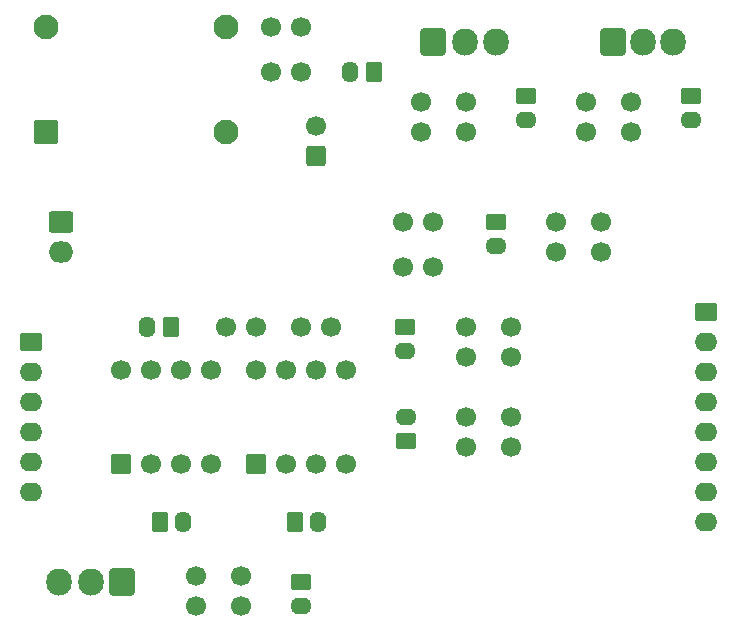
<source format=gbs>
G04*
G04 #@! TF.GenerationSoftware,Altium Limited,Altium Designer,19.0.15 (446)*
G04*
G04 Layer_Color=16711935*
%FSLAX25Y25*%
%MOIN*%
G70*
G01*
G75*
G04:AMPARAMS|DCode=24|XSize=62.99mil|YSize=74.8mil|CornerRadius=9.35mil|HoleSize=0mil|Usage=FLASHONLY|Rotation=270.000|XOffset=0mil|YOffset=0mil|HoleType=Round|Shape=RoundedRectangle|*
%AMROUNDEDRECTD24*
21,1,0.06299,0.05610,0,0,270.0*
21,1,0.04429,0.07480,0,0,270.0*
1,1,0.01870,-0.02805,-0.02215*
1,1,0.01870,-0.02805,0.02215*
1,1,0.01870,0.02805,0.02215*
1,1,0.01870,0.02805,-0.02215*
%
%ADD24ROUNDEDRECTD24*%
%ADD25O,0.07480X0.06299*%
%ADD26O,0.07087X0.05512*%
G04:AMPARAMS|DCode=27|XSize=55.12mil|YSize=66.93mil|CornerRadius=8.37mil|HoleSize=0mil|Usage=FLASHONLY|Rotation=90.000|XOffset=0mil|YOffset=0mil|HoleType=Round|Shape=RoundedRectangle|*
%AMROUNDEDRECTD27*
21,1,0.05512,0.05020,0,0,90.0*
21,1,0.03839,0.06693,0,0,90.0*
1,1,0.01673,0.02510,0.01919*
1,1,0.01673,0.02510,-0.01919*
1,1,0.01673,-0.02510,-0.01919*
1,1,0.01673,-0.02510,0.01919*
%
%ADD27ROUNDEDRECTD27*%
%ADD28C,0.06693*%
%ADD29O,0.08465X0.09055*%
G04:AMPARAMS|DCode=30|XSize=84.65mil|YSize=90.55mil|CornerRadius=10.04mil|HoleSize=0mil|Usage=FLASHONLY|Rotation=0.000|XOffset=0mil|YOffset=0mil|HoleType=Round|Shape=RoundedRectangle|*
%AMROUNDEDRECTD30*
21,1,0.08465,0.07047,0,0,0.0*
21,1,0.06457,0.09055,0,0,0.0*
1,1,0.02008,0.03228,-0.03524*
1,1,0.02008,-0.03228,-0.03524*
1,1,0.02008,-0.03228,0.03524*
1,1,0.02008,0.03228,0.03524*
%
%ADD30ROUNDEDRECTD30*%
%ADD31O,0.05512X0.07087*%
G04:AMPARAMS|DCode=32|XSize=55.12mil|YSize=66.93mil|CornerRadius=8.37mil|HoleSize=0mil|Usage=FLASHONLY|Rotation=180.000|XOffset=0mil|YOffset=0mil|HoleType=Round|Shape=RoundedRectangle|*
%AMROUNDEDRECTD32*
21,1,0.05512,0.05020,0,0,180.0*
21,1,0.03839,0.06693,0,0,180.0*
1,1,0.01673,-0.01919,0.02510*
1,1,0.01673,0.01919,0.02510*
1,1,0.01673,0.01919,-0.02510*
1,1,0.01673,-0.01919,-0.02510*
%
%ADD32ROUNDEDRECTD32*%
G04:AMPARAMS|DCode=33|XSize=66.93mil|YSize=66.93mil|CornerRadius=8.27mil|HoleSize=0mil|Usage=FLASHONLY|Rotation=90.000|XOffset=0mil|YOffset=0mil|HoleType=Round|Shape=RoundedRectangle|*
%AMROUNDEDRECTD33*
21,1,0.06693,0.05039,0,0,90.0*
21,1,0.05039,0.06693,0,0,90.0*
1,1,0.01654,0.02520,0.02520*
1,1,0.01654,0.02520,-0.02520*
1,1,0.01654,-0.02520,-0.02520*
1,1,0.01654,-0.02520,0.02520*
%
%ADD33ROUNDEDRECTD33*%
G04:AMPARAMS|DCode=34|XSize=66.93mil|YSize=66.93mil|CornerRadius=9.84mil|HoleSize=0mil|Usage=FLASHONLY|Rotation=270.000|XOffset=0mil|YOffset=0mil|HoleType=Round|Shape=RoundedRectangle|*
%AMROUNDEDRECTD34*
21,1,0.06693,0.04724,0,0,270.0*
21,1,0.04724,0.06693,0,0,270.0*
1,1,0.01968,-0.02362,-0.02362*
1,1,0.01968,-0.02362,0.02362*
1,1,0.01968,0.02362,0.02362*
1,1,0.01968,0.02362,-0.02362*
%
%ADD34ROUNDEDRECTD34*%
%ADD35C,0.08268*%
G04:AMPARAMS|DCode=36|XSize=82.68mil|YSize=82.68mil|CornerRadius=11.81mil|HoleSize=0mil|Usage=FLASHONLY|Rotation=90.000|XOffset=0mil|YOffset=0mil|HoleType=Round|Shape=RoundedRectangle|*
%AMROUNDEDRECTD36*
21,1,0.08268,0.05906,0,0,90.0*
21,1,0.05906,0.08268,0,0,90.0*
1,1,0.02362,0.02953,0.02953*
1,1,0.02362,0.02953,-0.02953*
1,1,0.02362,-0.02953,-0.02953*
1,1,0.02362,-0.02953,0.02953*
%
%ADD36ROUNDEDRECTD36*%
%ADD37O,0.08268X0.07087*%
G04:AMPARAMS|DCode=38|XSize=70.87mil|YSize=82.68mil|CornerRadius=10.34mil|HoleSize=0mil|Usage=FLASHONLY|Rotation=270.000|XOffset=0mil|YOffset=0mil|HoleType=Round|Shape=RoundedRectangle|*
%AMROUNDEDRECTD38*
21,1,0.07087,0.06201,0,0,270.0*
21,1,0.05020,0.08268,0,0,270.0*
1,1,0.02067,-0.03100,-0.02510*
1,1,0.02067,-0.03100,0.02510*
1,1,0.02067,0.03100,0.02510*
1,1,0.02067,0.03100,-0.02510*
%
%ADD38ROUNDEDRECTD38*%
D24*
X235000Y105000D02*
D03*
X10000Y95000D02*
D03*
D25*
X235000D02*
D03*
Y85000D02*
D03*
Y75000D02*
D03*
Y65000D02*
D03*
Y55000D02*
D03*
Y45000D02*
D03*
Y35000D02*
D03*
X10000Y85000D02*
D03*
Y75000D02*
D03*
Y65000D02*
D03*
Y55000D02*
D03*
Y45000D02*
D03*
D26*
X230276Y169094D02*
D03*
X175276D02*
D03*
X100140Y7126D02*
D03*
X135000Y70000D02*
D03*
X134936Y92126D02*
D03*
X165000Y127205D02*
D03*
D27*
X230276Y176969D02*
D03*
X175276D02*
D03*
X100140Y15000D02*
D03*
X135000Y62126D02*
D03*
X134936Y100000D02*
D03*
X165000Y135079D02*
D03*
D28*
X210276Y165000D02*
D03*
Y175000D02*
D03*
X195276Y165000D02*
D03*
Y175000D02*
D03*
X155276Y165000D02*
D03*
Y175000D02*
D03*
X140276Y165000D02*
D03*
Y175000D02*
D03*
X144095Y135000D02*
D03*
X134095D02*
D03*
X144095Y120000D02*
D03*
X134095D02*
D03*
X169979Y60000D02*
D03*
Y70000D02*
D03*
X155000Y60000D02*
D03*
Y70000D02*
D03*
X170000Y90000D02*
D03*
Y100000D02*
D03*
X155000Y90000D02*
D03*
Y100000D02*
D03*
X80000Y17126D02*
D03*
Y7126D02*
D03*
X65000Y17126D02*
D03*
Y7126D02*
D03*
X85000Y85630D02*
D03*
X95000D02*
D03*
X105000D02*
D03*
X115000D02*
D03*
Y54370D02*
D03*
X105000D02*
D03*
X95000D02*
D03*
X40000Y85630D02*
D03*
X50000D02*
D03*
X60000D02*
D03*
X70000D02*
D03*
Y54370D02*
D03*
X60000D02*
D03*
X50000D02*
D03*
X75000Y100000D02*
D03*
X85000D02*
D03*
X105000Y167061D02*
D03*
X90000Y185000D02*
D03*
X100000D02*
D03*
X90000Y200000D02*
D03*
X100000D02*
D03*
X110140Y100000D02*
D03*
X100140D02*
D03*
X200079Y135000D02*
D03*
Y125000D02*
D03*
X185079Y135000D02*
D03*
Y125000D02*
D03*
D29*
X224291Y195000D02*
D03*
X214252D02*
D03*
X165276D02*
D03*
X154646D02*
D03*
X19370Y15000D02*
D03*
X30000D02*
D03*
D30*
X204213Y195000D02*
D03*
X144016D02*
D03*
X40630Y15000D02*
D03*
D31*
X105906Y35000D02*
D03*
X60906D02*
D03*
X48814Y100000D02*
D03*
X116457Y185000D02*
D03*
D32*
X98031Y35000D02*
D03*
X53031D02*
D03*
X56688Y100000D02*
D03*
X124331Y185000D02*
D03*
D33*
X85000Y54370D02*
D03*
X40000D02*
D03*
D34*
X105000Y157061D02*
D03*
D35*
X75000Y200000D02*
D03*
X15000D02*
D03*
X75000Y165000D02*
D03*
D36*
X15000D02*
D03*
D37*
X20000Y125079D02*
D03*
D38*
Y135079D02*
D03*
M02*

</source>
